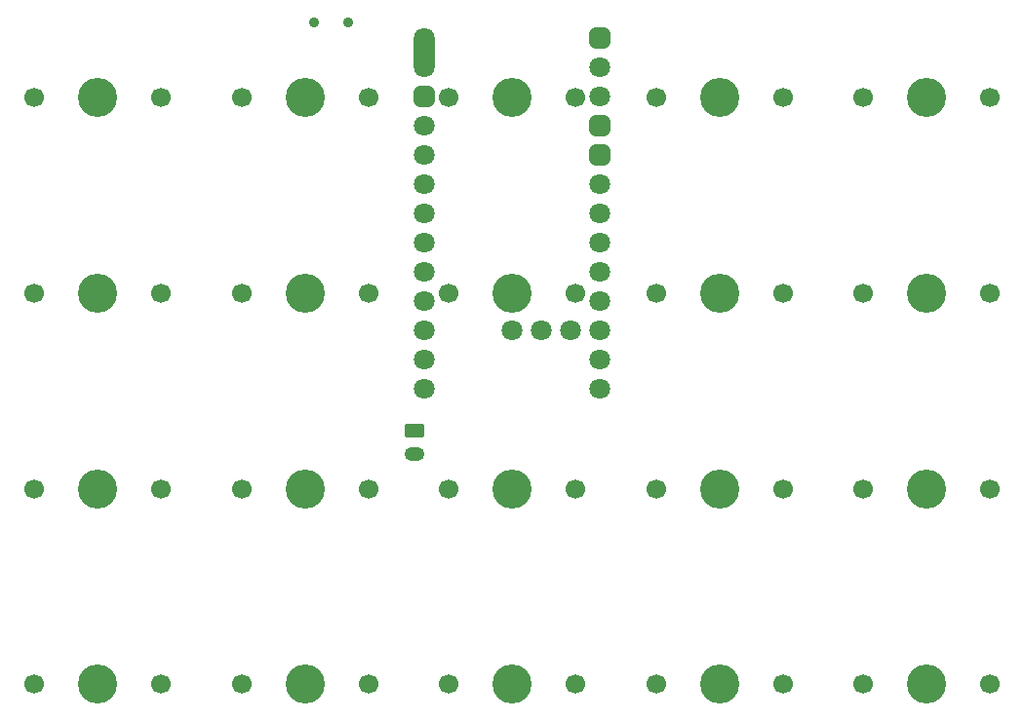
<source format=gts>
%TF.GenerationSoftware,KiCad,Pcbnew,9.0.1*%
%TF.CreationDate,2025-08-18T19:36:27-06:00*%
%TF.ProjectId,aurora40_kicad,6175726f-7261-4343-905f-6b696361642e,1*%
%TF.SameCoordinates,Original*%
%TF.FileFunction,Soldermask,Top*%
%TF.FilePolarity,Negative*%
%FSLAX46Y46*%
G04 Gerber Fmt 4.6, Leading zero omitted, Abs format (unit mm)*
G04 Created by KiCad (PCBNEW 9.0.1) date 2025-08-18 19:36:27*
%MOMM*%
%LPD*%
G01*
G04 APERTURE LIST*
G04 Aperture macros list*
%AMRoundRect*
0 Rectangle with rounded corners*
0 $1 Rounding radius*
0 $2 $3 $4 $5 $6 $7 $8 $9 X,Y pos of 4 corners*
0 Add a 4 corners polygon primitive as box body*
4,1,4,$2,$3,$4,$5,$6,$7,$8,$9,$2,$3,0*
0 Add four circle primitives for the rounded corners*
1,1,$1+$1,$2,$3*
1,1,$1+$1,$4,$5*
1,1,$1+$1,$6,$7*
1,1,$1+$1,$8,$9*
0 Add four rect primitives between the rounded corners*
20,1,$1+$1,$2,$3,$4,$5,0*
20,1,$1+$1,$4,$5,$6,$7,0*
20,1,$1+$1,$6,$7,$8,$9,0*
20,1,$1+$1,$8,$9,$2,$3,0*%
G04 Aperture macros list end*
%ADD10C,1.700000*%
%ADD11C,3.400000*%
%ADD12C,1.800000*%
%ADD13RoundRect,0.450000X0.450000X0.450000X-0.450000X0.450000X-0.450000X-0.450000X0.450000X-0.450000X0*%
%ADD14O,1.800000X4.340000*%
%ADD15RoundRect,0.250000X-0.625000X0.350000X-0.625000X-0.350000X0.625000X-0.350000X0.625000X0.350000X0*%
%ADD16O,1.750000X1.200000*%
%ADD17C,0.900000*%
G04 APERTURE END LIST*
D10*
%TO.C,CH7*%
X71500000Y-64200000D03*
D11*
X77000000Y-64200000D03*
D10*
X82500000Y-64200000D03*
%TD*%
%TO.C,CH5*%
X125500000Y-47200000D03*
D11*
X131000000Y-47200000D03*
D10*
X136500000Y-47200000D03*
%TD*%
%TO.C,CH18*%
X89500000Y-98200000D03*
D11*
X95000000Y-98200000D03*
D10*
X100500000Y-98200000D03*
%TD*%
%TO.C,CH3*%
X89500000Y-47200000D03*
D11*
X95000000Y-47200000D03*
D10*
X100500000Y-47200000D03*
%TD*%
%TO.C,CH10*%
X125500000Y-64200000D03*
D11*
X131000000Y-64200000D03*
D10*
X136500000Y-64200000D03*
%TD*%
%TO.C,CH8*%
X89500000Y-64200000D03*
D11*
X95000000Y-64200000D03*
D10*
X100500000Y-64200000D03*
%TD*%
%TO.C,CH20*%
X125500000Y-98200000D03*
D11*
X131000000Y-98200000D03*
D10*
X136500000Y-98200000D03*
%TD*%
%TO.C,CH2*%
X71500000Y-47200000D03*
D11*
X77000000Y-47200000D03*
D10*
X82500000Y-47200000D03*
%TD*%
%TO.C,CH16*%
X53500000Y-98200000D03*
D11*
X59000000Y-98200000D03*
D10*
X64500000Y-98200000D03*
%TD*%
%TO.C,CH12*%
X71500000Y-81200000D03*
D11*
X77000000Y-81200000D03*
D10*
X82500000Y-81200000D03*
%TD*%
%TO.C,CH9*%
X107500000Y-64200000D03*
D11*
X113000000Y-64200000D03*
D10*
X118500000Y-64200000D03*
%TD*%
%TO.C,CH17*%
X71500000Y-98200000D03*
D11*
X77000000Y-98200000D03*
D10*
X82500000Y-98200000D03*
%TD*%
%TO.C,CH4*%
X107500000Y-47200000D03*
D11*
X113000000Y-47200000D03*
D10*
X118500000Y-47200000D03*
%TD*%
%TO.C,CH1*%
X53500000Y-47200000D03*
D11*
X59000000Y-47200000D03*
D10*
X64500000Y-47200000D03*
%TD*%
%TO.C,CH13*%
X89500000Y-81200000D03*
D11*
X95000000Y-81200000D03*
D10*
X100500000Y-81200000D03*
%TD*%
%TO.C,CH14*%
X107500000Y-81200000D03*
D11*
X113000000Y-81200000D03*
D10*
X118500000Y-81200000D03*
%TD*%
%TO.C,CH6*%
X53500000Y-64200000D03*
D11*
X59000000Y-64200000D03*
D10*
X64500000Y-64200000D03*
%TD*%
%TO.C,CH11*%
X53500000Y-81200000D03*
D11*
X59000000Y-81200000D03*
D10*
X64500000Y-81200000D03*
%TD*%
%TO.C,CH19*%
X107500000Y-98200000D03*
D11*
X113000000Y-98200000D03*
D10*
X118500000Y-98200000D03*
%TD*%
%TO.C,CH15*%
X125500000Y-81200000D03*
D11*
X131000000Y-81200000D03*
D10*
X136500000Y-81200000D03*
%TD*%
D12*
%TO.C,U1*%
X102600000Y-44580000D03*
X102600000Y-47120000D03*
D13*
X102600000Y-49660000D03*
X102600000Y-52200000D03*
D12*
X102600000Y-54740000D03*
X102600000Y-57280000D03*
X102600000Y-59820000D03*
X102600000Y-62360000D03*
X102600000Y-64900000D03*
X102600000Y-67440000D03*
X102600000Y-69980000D03*
X102600000Y-72520000D03*
D14*
X87360000Y-43310000D03*
D13*
X87360000Y-47120000D03*
D12*
X87360000Y-49660000D03*
X87360000Y-52200000D03*
X87360000Y-54740000D03*
X87360000Y-57280000D03*
X87360000Y-59820000D03*
X87360000Y-62360000D03*
X87360000Y-64900000D03*
X87360000Y-67440000D03*
X87360000Y-69980000D03*
X87360000Y-72520000D03*
X100060000Y-67440000D03*
X97520000Y-67440000D03*
X94980000Y-67440000D03*
D13*
X102600000Y-42040000D03*
D12*
X87360000Y-42040000D03*
%TD*%
D15*
%TO.C,J1*%
X86550000Y-76200000D03*
D16*
X86550000Y-78200000D03*
%TD*%
D17*
%TO.C,SW1*%
X77800000Y-40700000D03*
X80800000Y-40700000D03*
%TD*%
M02*

</source>
